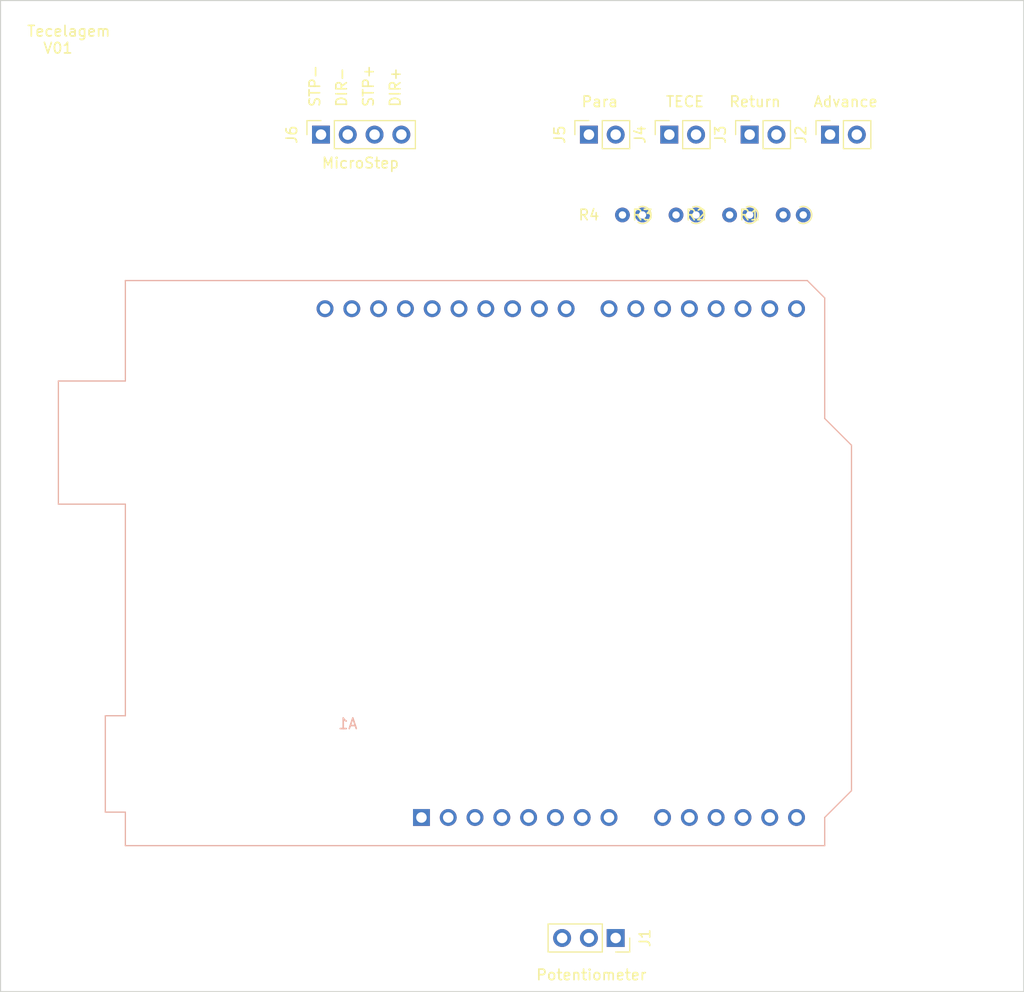
<source format=kicad_pcb>
(kicad_pcb (version 20221018) (generator pcbnew)
  (layers (0 "F.Cu" signal) (31 "B.Cu" signal) (34 "B.Paste" user) (35 "F.Paste" user) (36 "B.SilkS" user "B.Silkscreen") (37 "F.SilkS" user "F.Silkscreen") (38 "B.Mask" user) (39 "F.Mask" user) (44 "Edge.Cuts" user))
  (net 0 "")
  (net 5 "Net-(A1-+5V)")
  (net 9 "Net-(A1-A0)")
  (net 17 "Net-(A1-D2)")
  (net 18 "Net-(A1-D3)")
  (net 19 "Net-(A1-D4)")
  (net 20 "Net-(A1-D5)")
  (net 28 "Net-(A1-D6)")
  (net 29 "Net-(A1-D7)")
  (net 30 "Net-(A1-D8)")
  (net 31 "Net-(A1-D9)")
  (net 32 "Net-(J1-Pin_3)")
  (footprint "Resistor_THT:R_Axial_DIN0204_L3.6mm_D1.6mm_P1.90mm_Vertical" (layer "F.Cu") (at 165.1 53.34 180)
    (fp_text reference "R1" (at 5.08 0) (layer "F.SilkS"))
    (fp_text value "10k")
    (fp_arc (start 0.320095 0.749359) (mid -0.813042 -0.054435) (end 0.417133 -0.7) (stroke (width 0.12)) (layer "F.SilkS"))
    (pad "1" thru_hole circle (at 0 0 180) (size 1.4 1.4) (drill 0.7) (layers "*.Cu" "*.Mask") (net 17 "Net-(A1-D2)"))
    (pad "2" thru_hole oval (at 1.9 0 180) (size 1.4 1.4) (drill 0.7) (layers "*.Cu" "*.Mask") (net 32 "Net-(J1-Pin_3)"))
  )
  (footprint "Resistor_THT:R_Axial_DIN0204_L3.6mm_D1.6mm_P1.90mm_Vertical" (layer "F.Cu") (at 149.86 53.34 180)
    (fp_text reference "R4" (at 5.08 0) (layer "F.SilkS"))
    (fp_text value "10k")
    (fp_arc (start 0.320095 0.749359) (mid -0.813042 -0.054435) (end 0.417133 -0.7) (stroke (width 0.12)) (layer "F.SilkS"))
    (pad "1" thru_hole circle (at 0 0 180) (size 1.4 1.4) (drill 0.7) (layers "*.Cu" "*.Mask") (net 20 "Net-(A1-D5)"))
    (pad "2" thru_hole oval (at 1.9 0 180) (size 1.4 1.4) (drill 0.7) (layers "*.Cu" "*.Mask") (net 32 "Net-(J1-Pin_3)"))
  )
  (footprint "Connector_PinSocket_2.54mm:PinSocket_1x04_P2.54mm_Vertical" (layer "F.Cu") (at 119.38 45.72 90)
    (fp_text reference "J6" (at 0 -2.77 90) (layer "F.SilkS"))
    (fp_text value "Conn_01x04_Socket" hide)
    (fp_line (start -1.33 1.27) (end -1.33 8.95) (stroke (width 0.12)) (layer "F.SilkS"))
    (fp_line (start -1.33 1.27) (end 1.33 1.27) (stroke (width 0.12)) (layer "F.SilkS"))
    (fp_line (start -1.33 8.95) (end 1.33 8.95) (stroke (width 0.12)) (layer "F.SilkS"))
    (fp_line (start 0 -1.33) (end 1.33 -1.33) (stroke (width 0.12)) (layer "F.SilkS"))
    (fp_line (start 1.33 -1.33) (end 1.33 0) (stroke (width 0.12)) (layer "F.SilkS"))
    (fp_line (start 1.33 1.27) (end 1.33 8.95) (stroke (width 0.12)) (layer "F.SilkS"))
    (pad "1" thru_hole rect (at 0 0 90) (size 1.7 1.7) (drill 1) (layers "*.Cu" "*.Mask") (net 31 "Net-(A1-D9)"))
    (pad "2" thru_hole oval (at 0 2.54 90) (size 1.7 1.7) (drill 1) (layers "*.Cu" "*.Mask") (net 30 "Net-(A1-D8)"))
    (pad "3" thru_hole oval (at 0 5.08 90) (size 1.7 1.7) (drill 1) (layers "*.Cu" "*.Mask") (net 28 "Net-(A1-D6)"))
    (pad "4" thru_hole oval (at 0 7.62 90) (size 1.7 1.7) (drill 1) (layers "*.Cu" "*.Mask") (net 29 "Net-(A1-D7)"))
  )
  (footprint "Resistor_THT:R_Axial_DIN0204_L3.6mm_D1.6mm_P1.90mm_Vertical" (layer "F.Cu") (at 160.02 53.34 180)
    (fp_text reference "R2" (at 5.08 0) (layer "F.SilkS"))
    (fp_text value "10k")
    (fp_arc (start 0.320095 0.749359) (mid -0.813042 -0.054435) (end 0.417133 -0.7) (stroke (width 0.12)) (layer "F.SilkS"))
    (pad "1" thru_hole circle (at 0 0 180) (size 1.4 1.4) (drill 0.7) (layers "*.Cu" "*.Mask") (net 18 "Net-(A1-D3)"))
    (pad "2" thru_hole oval (at 1.9 0 180) (size 1.4 1.4) (drill 0.7) (layers "*.Cu" "*.Mask") (net 32 "Net-(J1-Pin_3)"))
  )
  (footprint "Connector_PinSocket_2.54mm:PinSocket_1x02_P2.54mm_Vertical" (layer "F.Cu") (at 144.78 45.72 90)
    (fp_text reference "J5" (at 0 -2.77 90) (layer "F.SilkS"))
    (fp_text value "Conn_01x02_Socket" hide)
    (fp_line (start -1.33 1.27) (end -1.33 3.87) (stroke (width 0.12)) (layer "F.SilkS"))
    (fp_line (start -1.33 1.27) (end 1.33 1.27) (stroke (width 0.12)) (layer "F.SilkS"))
    (fp_line (start -1.33 3.87) (end 1.33 3.87) (stroke (width 0.12)) (layer "F.SilkS"))
    (fp_line (start 0 -1.33) (end 1.33 -1.33) (stroke (width 0.12)) (layer "F.SilkS"))
    (fp_line (start 1.33 -1.33) (end 1.33 0) (stroke (width 0.12)) (layer "F.SilkS"))
    (fp_line (start 1.33 1.27) (end 1.33 3.87) (stroke (width 0.12)) (layer "F.SilkS"))
    (pad "1" thru_hole rect (at 0 0 90) (size 1.7 1.7) (drill 1) (layers "*.Cu" "*.Mask") (net 5 "Net-(A1-+5V)"))
    (pad "2" thru_hole oval (at 0 2.54 90) (size 1.7 1.7) (drill 1) (layers "*.Cu" "*.Mask") (net 20 "Net-(A1-D5)"))
  )
  (footprint "Connector_PinSocket_2.54mm:PinSocket_1x03_P2.54mm_Vertical" (layer "F.Cu") (at 147.32 121.92 -90)
    (fp_text reference "J1" (at 0 -2.77 90) (layer "F.SilkS"))
    (fp_text value "Conn_01x03_Socket" hide)
    (fp_line (start -1.33 1.27) (end -1.33 6.41) (stroke (width 0.12)) (layer "F.SilkS"))
    (fp_line (start -1.33 1.27) (end 1.33 1.27) (stroke (width 0.12)) (layer "F.SilkS"))
    (fp_line (start -1.33 6.41) (end 1.33 6.41) (stroke (width 0.12)) (layer "F.SilkS"))
    (fp_line (start 0 -1.33) (end 1.33 -1.33) (stroke (width 0.12)) (layer "F.SilkS"))
    (fp_line (start 1.33 -1.33) (end 1.33 0) (stroke (width 0.12)) (layer "F.SilkS"))
    (fp_line (start 1.33 1.27) (end 1.33 6.41) (stroke (width 0.12)) (layer "F.SilkS"))
    (pad "1" thru_hole rect (at 0 0 270) (size 1.7 1.7) (drill 1) (layers "*.Cu" "*.Mask") (net 5 "Net-(A1-+5V)"))
    (pad "2" thru_hole oval (at 0 2.54 270) (size 1.7 1.7) (drill 1) (layers "*.Cu" "*.Mask") (net 9 "Net-(A1-A0)"))
    (pad "3" thru_hole oval (at 0 5.08 270) (size 1.7 1.7) (drill 1) (layers "*.Cu" "*.Mask") (net 32 "Net-(J1-Pin_3)"))
  )
  (footprint "Connector_PinSocket_2.54mm:PinSocket_1x02_P2.54mm_Vertical" (layer "F.Cu") (at 160.02 45.72 90)
    (fp_text reference "J3" (at 0 -2.77 90) (layer "F.SilkS"))
    (fp_text value "Conn_01x02_Socket" hide)
    (fp_line (start -1.33 1.27) (end -1.33 3.87) (stroke (width 0.12)) (layer "F.SilkS"))
    (fp_line (start -1.33 1.27) (end 1.33 1.27) (stroke (width 0.12)) (layer "F.SilkS"))
    (fp_line (start -1.33 3.87) (end 1.33 3.87) (stroke (width 0.12)) (layer "F.SilkS"))
    (fp_line (start 0 -1.33) (end 1.33 -1.33) (stroke (width 0.12)) (layer "F.SilkS"))
    (fp_line (start 1.33 -1.33) (end 1.33 0) (stroke (width 0.12)) (layer "F.SilkS"))
    (fp_line (start 1.33 1.27) (end 1.33 3.87) (stroke (width 0.12)) (layer "F.SilkS"))
    (pad "1" thru_hole rect (at 0 0 90) (size 1.7 1.7) (drill 1) (layers "*.Cu" "*.Mask") (net 5 "Net-(A1-+5V)"))
    (pad "2" thru_hole oval (at 0 2.54 90) (size 1.7 1.7) (drill 1) (layers "*.Cu" "*.Mask") (net 18 "Net-(A1-D3)"))
  )
  (footprint "Resistor_THT:R_Axial_DIN0204_L3.6mm_D1.6mm_P1.90mm_Vertical" (layer "F.Cu") (at 154.94 53.34 180)
    (fp_text reference "R3" (at 5.08 0) (layer "F.SilkS"))
    (fp_text value "10k")
    (fp_arc (start 0.320095 0.749359) (mid -0.813042 -0.054435) (end 0.417133 -0.7) (stroke (width 0.12)) (layer "F.SilkS"))
    (pad "1" thru_hole circle (at 0 0 180) (size 1.4 1.4) (drill 0.7) (layers "*.Cu" "*.Mask") (net 19 "Net-(A1-D4)"))
    (pad "2" thru_hole oval (at 1.9 0 180) (size 1.4 1.4) (drill 0.7) (layers "*.Cu" "*.Mask") (net 32 "Net-(J1-Pin_3)"))
  )
  (footprint "Connector_PinSocket_2.54mm:PinSocket_1x02_P2.54mm_Vertical" (layer "F.Cu") (at 167.64 45.72 90)
    (fp_text reference "J2" (at 0 -2.77 90) (layer "F.SilkS"))
    (fp_text value "Conn_01x02_Socket" hide)
    (fp_line (start -1.33 1.27) (end -1.33 3.87) (stroke (width 0.12)) (layer "F.SilkS"))
    (fp_line (start -1.33 1.27) (end 1.33 1.27) (stroke (width 0.12)) (layer "F.SilkS"))
    (fp_line (start -1.33 3.87) (end 1.33 3.87) (stroke (width 0.12)) (layer "F.SilkS"))
    (fp_line (start 0 -1.33) (end 1.33 -1.33) (stroke (width 0.12)) (layer "F.SilkS"))
    (fp_line (start 1.33 -1.33) (end 1.33 0) (stroke (width 0.12)) (layer "F.SilkS"))
    (fp_line (start 1.33 1.27) (end 1.33 3.87) (stroke (width 0.12)) (layer "F.SilkS"))
    (pad "1" thru_hole rect (at 0 0 90) (size 1.7 1.7) (drill 1) (layers "*.Cu" "*.Mask") (net 5 "Net-(A1-+5V)"))
    (pad "2" thru_hole oval (at 0 2.54 90) (size 1.7 1.7) (drill 1) (layers "*.Cu" "*.Mask") (net 17 "Net-(A1-D2)"))
  )
  (footprint "Connector_PinSocket_2.54mm:PinSocket_1x02_P2.54mm_Vertical" (layer "F.Cu") (at 152.4 45.72 90)
    (fp_text reference "J4" (at 0 -2.77 90) (layer "F.SilkS"))
    (fp_text value "Conn_01x02_Socket" hide)
    (fp_line (start -1.33 1.27) (end -1.33 3.87) (stroke (width 0.12)) (layer "F.SilkS"))
    (fp_line (start -1.33 1.27) (end 1.33 1.27) (stroke (width 0.12)) (layer "F.SilkS"))
    (fp_line (start -1.33 3.87) (end 1.33 3.87) (stroke (width 0.12)) (layer "F.SilkS"))
    (fp_line (start 0 -1.33) (end 1.33 -1.33) (stroke (width 0.12)) (layer "F.SilkS"))
    (fp_line (start 1.33 -1.33) (end 1.33 0) (stroke (width 0.12)) (layer "F.SilkS"))
    (fp_line (start 1.33 1.27) (end 1.33 3.87) (stroke (width 0.12)) (layer "F.SilkS"))
    (pad "1" thru_hole rect (at 0 0 90) (size 1.7 1.7) (drill 1) (layers "*.Cu" "*.Mask") (net 5 "Net-(A1-+5V)"))
    (pad "2" thru_hole oval (at 0 2.54 90) (size 1.7 1.7) (drill 1) (layers "*.Cu" "*.Mask") (net 19 "Net-(A1-D4)"))
  )
  (footprint "Module:Arduino_UNO_R3" (layer "B.Cu") (at 128.905 110.49)
    (fp_text reference "A1" (at -6.985 -8.89) (layer "B.SilkS") (effects (justify mirror)))
    (fp_text value "Arduino_UNO_R3")
    (fp_line (start -34.42 -41.4) (end -28.07 -41.4) (stroke (width 0.12)) (layer "B.SilkS"))
    (fp_line (start -34.42 -29.72) (end -34.42 -41.4) (stroke (width 0.12)) (layer "B.SilkS"))
    (fp_line (start -29.97 -9.65) (end -28.07 -9.65) (stroke (width 0.12)) (layer "B.SilkS"))
    (fp_line (start -29.97 -0.51) (end -29.97 -9.65) (stroke (width 0.12)) (layer "B.SilkS"))
    (fp_line (start -28.07 -50.93) (end 36.58 -50.93) (stroke (width 0.12)) (layer "B.SilkS"))
    (fp_line (start -28.07 -41.4) (end -28.07 -50.93) (stroke (width 0.12)) (layer "B.SilkS"))
    (fp_line (start -28.07 -29.72) (end -34.42 -29.72) (stroke (width 0.12)) (layer "B.SilkS"))
    (fp_line (start -28.07 -9.65) (end -28.07 -29.72) (stroke (width 0.12)) (layer "B.SilkS"))
    (fp_line (start -28.07 -0.51) (end -29.97 -0.51) (stroke (width 0.12)) (layer "B.SilkS"))
    (fp_line (start -28.07 2.67) (end -28.07 -0.51) (stroke (width 0.12)) (layer "B.SilkS"))
    (fp_line (start 36.58 -50.93) (end 38.23 -49.28) (stroke (width 0.12)) (layer "B.SilkS"))
    (fp_line (start 38.23 -49.28) (end 38.23 -37.85) (stroke (width 0.12)) (layer "B.SilkS"))
    (fp_line (start 38.23 -37.85) (end 40.77 -35.31) (stroke (width 0.12)) (layer "B.SilkS"))
    (fp_line (start 38.23 0) (end 38.23 2.67) (stroke (width 0.12)) (layer "B.SilkS"))
    (fp_line (start 38.23 2.67) (end -28.07 2.67) (stroke (width 0.12)) (layer "B.SilkS"))
    (fp_line (start 40.77 -35.31) (end 40.77 -2.54) (stroke (width 0.12)) (layer "B.SilkS"))
    (fp_line (start 40.77 -2.54) (end 38.23 0) (stroke (width 0.12)) (layer "B.SilkS"))
    (pad "1" thru_hole rect (at 0 0 270) (size 1.6 1.6) (drill 1) (layers "*.Cu" "*.Mask"))
    (pad "2" thru_hole oval (at 2.54 0 270) (size 1.6 1.6) (drill 1) (layers "*.Cu" "*.Mask"))
    (pad "3" thru_hole oval (at 5.08 0 270) (size 1.6 1.6) (drill 1) (layers "*.Cu" "*.Mask"))
    (pad "4" thru_hole oval (at 7.62 0 270) (size 1.6 1.6) (drill 1) (layers "*.Cu" "*.Mask"))
    (pad "5" thru_hole oval (at 10.16 0 270) (size 1.6 1.6) (drill 1) (layers "*.Cu" "*.Mask") (net 5 "Net-(A1-+5V)"))
    (pad "6" thru_hole oval (at 12.7 0 270) (size 1.6 1.6) (drill 1) (layers "*.Cu" "*.Mask"))
    (pad "7" thru_hole oval (at 15.24 0 270) (size 1.6 1.6) (drill 1) (layers "*.Cu" "*.Mask"))
    (pad "8" thru_hole oval (at 17.78 0 270) (size 1.6 1.6) (drill 1) (layers "*.Cu" "*.Mask"))
    (pad "9" thru_hole oval (at 22.86 0 270) (size 1.6 1.6) (drill 1) (layers "*.Cu" "*.Mask") (net 9 "Net-(A1-A0)"))
    (pad "10" thru_hole oval (at 25.4 0 270) (size 1.6 1.6) (drill 1) (layers "*.Cu" "*.Mask"))
    (pad "11" thru_hole oval (at 27.94 0 270) (size 1.6 1.6) (drill 1) (layers "*.Cu" "*.Mask"))
    (pad "12" thru_hole oval (at 30.48 0 270) (size 1.6 1.6) (drill 1) (layers "*.Cu" "*.Mask"))
    (pad "13" thru_hole oval (at 33.02 0 270) (size 1.6 1.6) (drill 1) (layers "*.Cu" "*.Mask"))
    (pad "14" thru_hole oval (at 35.56 0 270) (size 1.6 1.6) (drill 1) (layers "*.Cu" "*.Mask"))
    (pad "15" thru_hole oval (at 35.56 -48.26 270) (size 1.6 1.6) (drill 1) (layers "*.Cu" "*.Mask"))
    (pad "16" thru_hole oval (at 33.02 -48.26 270) (size 1.6 1.6) (drill 1) (layers "*.Cu" "*.Mask"))
    (pad "17" thru_hole oval (at 30.48 -48.26 270) (size 1.6 1.6) (drill 1) (layers "*.Cu" "*.Mask") (net 17 "Net-(A1-D2)"))
    (pad "18" thru_hole oval (at 27.94 -48.26 270) (size 1.6 1.6) (drill 1) (layers "*.Cu" "*.Mask") (net 18 "Net-(A1-D3)"))
    (pad "19" thru_hole oval (at 25.4 -48.26 270) (size 1.6 1.6) (drill 1) (layers "*.Cu" "*.Mask") (net 19 "Net-(A1-D4)"))
    (pad "20" thru_hole oval (at 22.86 -48.26 270) (size 1.6 1.6) (drill 1) (layers "*.Cu" "*.Mask") (net 20 "Net-(A1-D5)"))
    (pad "21" thru_hole oval (at 20.32 -48.26 270) (size 1.6 1.6) (drill 1) (layers "*.Cu" "*.Mask") (net 28 "Net-(A1-D6)"))
    (pad "22" thru_hole oval (at 17.78 -48.26 270) (size 1.6 1.6) (drill 1) (layers "*.Cu" "*.Mask") (net 29 "Net-(A1-D7)"))
    (pad "23" thru_hole oval (at 13.72 -48.26 270) (size 1.6 1.6) (drill 1) (layers "*.Cu" "*.Mask") (net 30 "Net-(A1-D8)"))
    (pad "24" thru_hole oval (at 11.18 -48.26 270) (size 1.6 1.6) (drill 1) (layers "*.Cu" "*.Mask") (net 31 "Net-(A1-D9)"))
    (pad "25" thru_hole oval (at 8.64 -48.26 270) (size 1.6 1.6) (drill 1) (layers "*.Cu" "*.Mask"))
    (pad "26" thru_hole oval (at 6.1 -48.26 270) (size 1.6 1.6) (drill 1) (layers "*.Cu" "*.Mask"))
    (pad "27" thru_hole oval (at 3.56 -48.26 270) (size 1.6 1.6) (drill 1) (layers "*.Cu" "*.Mask"))
    (pad "28" thru_hole oval (at 1.02 -48.26 270) (size 1.6 1.6) (drill 1) (layers "*.Cu" "*.Mask"))
    (pad "29" thru_hole oval (at -1.52 -48.26 270) (size 1.6 1.6) (drill 1) (layers "*.Cu" "*.Mask") (net 32 "Net-(J1-Pin_3)"))
    (pad "30" thru_hole oval (at -4.06 -48.26 270) (size 1.6 1.6) (drill 1) (layers "*.Cu" "*.Mask"))
    (pad "31" thru_hole oval (at -6.6 -48.26 270) (size 1.6 1.6) (drill 1) (layers "*.Cu" "*.Mask"))
    (pad "32" thru_hole oval (at -9.14 -48.26 270) (size 1.6 1.6) (drill 1) (layers "*.Cu" "*.Mask"))
  )
  (gr_line (start 186 33) (end 186 127) (stroke (width 0.1)) (layer "Edge.Cuts"))
  (gr_line (start 89 127) (end 89 33) (stroke (width 0.1)) (layer "Edge.Cuts"))
  (gr_line (start 89 33) (end 186 33) (stroke (width 0.1)) (layer "Edge.Cuts"))
  (gr_line (start 186 127) (end 89 127) (stroke (width 0.1)) (layer "Edge.Cuts"))
  (gr_text "STP-" (at 119.38 43.18 90) (layer "F.SilkS") (effects (font (size 1 1)) (justify left bottom)))
  (gr_text "Potentiometer" (at 139.7 126) (layer "F.SilkS") (effects (font (size 1 1)) (justify left bottom)))
  (gr_text "Para" (at 144 43.18) (layer "F.SilkS") (effects (font (size 1 1)) (justify left bottom)))
  (gr_text "Return" (at 158 43.18) (layer "F.SilkS") (effects (font (size 1 1)) (justify left bottom)))
  (gr_text "Advance" (at 166 43.18) (layer "F.SilkS") (effects (font (size 1 1)) (justify left bottom)))
  (gr_text "MicroStep" (at 119.38 49) (layer "F.SilkS") (effects (font (size 1 1)) (justify left bottom)))
  (gr_text "STP+" (at 124.46 43.18 90) (layer "F.SilkS") (effects (font (size 1 1)) (justify left bottom)))
  (gr_text "Tecelagem \n  V01" (at 91.44 38.1) (layer "F.SilkS") (effects (font (size 1 1)) (justify left bottom)))
  (gr_text "DIR-" (at 121.92 43.18 90) (layer "F.SilkS") (effects (font (size 1 1)) (justify left bottom)))
  (gr_text "DIR+" (at 127 43.18 90) (layer "F.SilkS") (effects (font (size 1 1)) (justify left bottom)))
  (gr_text "TECE" (at 152 43.18) (layer "F.SilkS") (effects (font (size 1 1)) (justify left bottom)))
)
</source>
